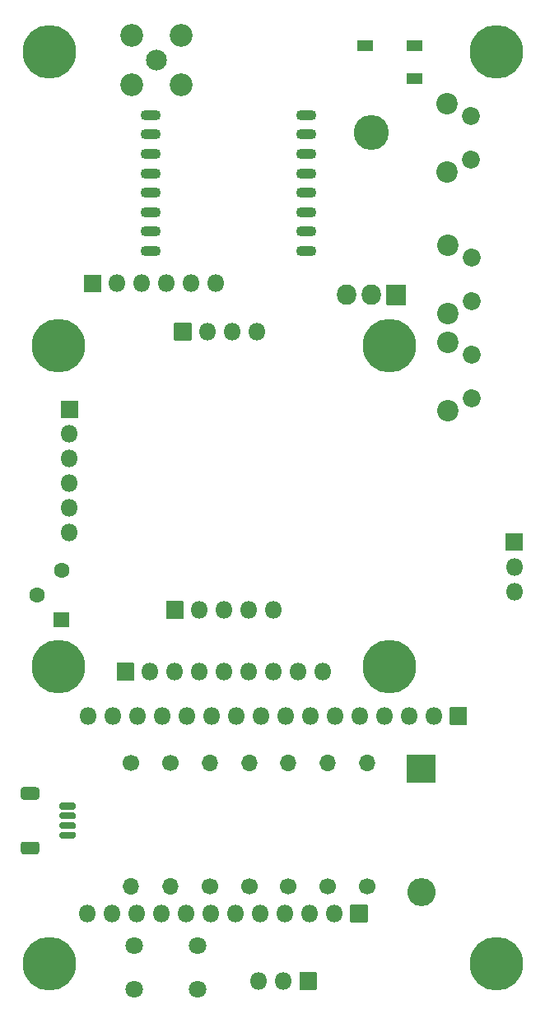
<source format=gbr>
%TF.GenerationSoftware,KiCad,Pcbnew,5.1.12-84ad8e8a86~92~ubuntu18.04.1*%
%TF.CreationDate,2022-01-12T14:22:02-05:00*%
%TF.ProjectId,remote,72656d6f-7465-42e6-9b69-6361645f7063,rev?*%
%TF.SameCoordinates,Original*%
%TF.FileFunction,Soldermask,Top*%
%TF.FilePolarity,Negative*%
%FSLAX46Y46*%
G04 Gerber Fmt 4.6, Leading zero omitted, Abs format (unit mm)*
G04 Created by KiCad (PCBNEW 5.1.12-84ad8e8a86~92~ubuntu18.04.1) date 2022-01-12 14:22:02*
%MOMM*%
%LPD*%
G01*
G04 APERTURE LIST*
%ADD10C,5.500000*%
%ADD11O,1.800000X1.800000*%
%ADD12O,3.600000X3.600000*%
%ADD13O,2.005000X2.100000*%
%ADD14C,2.350000*%
%ADD15C,2.150000*%
%ADD16C,2.200000*%
%ADD17C,1.850000*%
%ADD18O,1.700000X1.700000*%
%ADD19C,1.700000*%
%ADD20O,2.100000X1.100000*%
%ADD21C,1.800000*%
%ADD22C,1.600000*%
%ADD23O,2.900000X2.900000*%
G04 APERTURE END LIST*
D10*
%TO.C,U4*%
X76455000Y-93735000D03*
X110475000Y-93735000D03*
X76455000Y-126755000D03*
X110475000Y-126755000D03*
G36*
G01*
X84155000Y-128135000D02*
X82455000Y-128135000D01*
G75*
G02*
X82405000Y-128085000I0J50000D01*
G01*
X82405000Y-126385000D01*
G75*
G02*
X82455000Y-126335000I50000J0D01*
G01*
X84155000Y-126335000D01*
G75*
G02*
X84205000Y-126385000I0J-50000D01*
G01*
X84205000Y-128085000D01*
G75*
G02*
X84155000Y-128135000I-50000J0D01*
G01*
G37*
D11*
X85845000Y-127235000D03*
X88385000Y-127235000D03*
X90925000Y-127235000D03*
X93465000Y-127235000D03*
X96005000Y-127235000D03*
X98545000Y-127235000D03*
X101085000Y-127235000D03*
X103625000Y-127235000D03*
%TD*%
%TO.C,U2*%
X102229280Y-152121920D03*
G36*
G01*
X106459280Y-151221920D02*
X108159280Y-151221920D01*
G75*
G02*
X108209280Y-151271920I0J-50000D01*
G01*
X108209280Y-152971920D01*
G75*
G02*
X108159280Y-153021920I-50000J0D01*
G01*
X106459280Y-153021920D01*
G75*
G02*
X106409280Y-152971920I0J50000D01*
G01*
X106409280Y-151271920D01*
G75*
G02*
X106459280Y-151221920I50000J0D01*
G01*
G37*
X89529280Y-152121920D03*
X81909280Y-152121920D03*
X104769280Y-152121920D03*
X94609280Y-152121920D03*
X92069280Y-152121920D03*
X79369280Y-152121920D03*
X86989280Y-152121920D03*
X84449280Y-152121920D03*
X99689280Y-152121920D03*
X97149280Y-152121920D03*
G36*
G01*
X116699280Y-130901920D02*
X118399280Y-130901920D01*
G75*
G02*
X118449280Y-130951920I0J-50000D01*
G01*
X118449280Y-132651920D01*
G75*
G02*
X118399280Y-132701920I-50000J0D01*
G01*
X116699280Y-132701920D01*
G75*
G02*
X116649280Y-132651920I0J50000D01*
G01*
X116649280Y-130951920D01*
G75*
G02*
X116699280Y-130901920I50000J0D01*
G01*
G37*
X115009280Y-131801920D03*
X112469280Y-131801920D03*
X109929280Y-131801920D03*
X107389280Y-131801920D03*
X104849280Y-131801920D03*
X102309280Y-131801920D03*
X99769280Y-131801920D03*
X97229280Y-131801920D03*
X94689280Y-131801920D03*
X92149280Y-131801920D03*
X89609280Y-131801920D03*
X87069280Y-131801920D03*
X84529280Y-131801920D03*
X81989280Y-131801920D03*
X79449280Y-131801920D03*
%TD*%
D12*
%TO.C,Q1*%
X108615000Y-71815000D03*
G36*
G01*
X112157500Y-87475000D02*
X112157500Y-89475000D01*
G75*
G02*
X112107500Y-89525000I-50000J0D01*
G01*
X110202500Y-89525000D01*
G75*
G02*
X110152500Y-89475000I0J50000D01*
G01*
X110152500Y-87475000D01*
G75*
G02*
X110202500Y-87425000I50000J0D01*
G01*
X112107500Y-87425000D01*
G75*
G02*
X112157500Y-87475000I0J-50000D01*
G01*
G37*
D13*
X108615000Y-88475000D03*
X106075000Y-88475000D03*
%TD*%
D11*
%TO.C,J2*%
X77555000Y-112955000D03*
X77555000Y-110415000D03*
X77555000Y-107875000D03*
X77555000Y-105335000D03*
X77555000Y-102795000D03*
G36*
G01*
X76655000Y-101105000D02*
X76655000Y-99405000D01*
G75*
G02*
X76705000Y-99355000I50000J0D01*
G01*
X78405000Y-99355000D01*
G75*
G02*
X78455000Y-99405000I0J-50000D01*
G01*
X78455000Y-101105000D01*
G75*
G02*
X78405000Y-101155000I-50000J0D01*
G01*
X76705000Y-101155000D01*
G75*
G02*
X76655000Y-101105000I0J50000D01*
G01*
G37*
%TD*%
D14*
%TO.C,J1*%
X83934920Y-66874440D03*
X83934920Y-61794440D03*
X89014920Y-61794440D03*
X89014920Y-66874440D03*
D15*
X86474920Y-64334440D03*
%TD*%
D16*
%TO.C,SW3*%
X116470380Y-93345500D03*
D17*
X118960380Y-94595500D03*
X118960380Y-99095500D03*
D16*
X116470380Y-100355500D03*
%TD*%
D18*
%TO.C,R4*%
X96017864Y-136606920D03*
D19*
X96017864Y-149306920D03*
%TD*%
D10*
%TO.C,H2*%
X121438960Y-157249920D03*
%TD*%
%TO.C,U5*%
G36*
G01*
X89235000Y-121785000D02*
X87535000Y-121785000D01*
G75*
G02*
X87485000Y-121735000I0J50000D01*
G01*
X87485000Y-120035000D01*
G75*
G02*
X87535000Y-119985000I50000J0D01*
G01*
X89235000Y-119985000D01*
G75*
G02*
X89285000Y-120035000I0J-50000D01*
G01*
X89285000Y-121735000D01*
G75*
G02*
X89235000Y-121785000I-50000J0D01*
G01*
G37*
D11*
X90925000Y-120885000D03*
X93465000Y-120885000D03*
X96005000Y-120885000D03*
X98545000Y-120885000D03*
%TD*%
%TO.C,U3*%
G36*
G01*
X80753940Y-88185880D02*
X79053940Y-88185880D01*
G75*
G02*
X79003940Y-88135880I0J50000D01*
G01*
X79003940Y-86435880D01*
G75*
G02*
X79053940Y-86385880I50000J0D01*
G01*
X80753940Y-86385880D01*
G75*
G02*
X80803940Y-86435880I0J-50000D01*
G01*
X80803940Y-88135880D01*
G75*
G02*
X80753940Y-88185880I-50000J0D01*
G01*
G37*
X82443940Y-87285880D03*
X84983940Y-87285880D03*
X87523940Y-87285880D03*
X90063940Y-87285880D03*
X92603940Y-87285880D03*
%TD*%
D20*
%TO.C,U1*%
X85915580Y-83971180D03*
X85915580Y-81971180D03*
X85915580Y-79971180D03*
X85915580Y-77971180D03*
X85915580Y-75971180D03*
X85915580Y-73971180D03*
X85915580Y-71971180D03*
X85915580Y-69971180D03*
X101915580Y-69971180D03*
X101915580Y-71971180D03*
X101915580Y-73971180D03*
X101915580Y-75971180D03*
X101915580Y-77971180D03*
X101915580Y-79971180D03*
X101915580Y-81971180D03*
X101915580Y-83971180D03*
%TD*%
D21*
%TO.C,SW4*%
X90705000Y-159905000D03*
X84205000Y-159905000D03*
X90705000Y-155405000D03*
X84205000Y-155405000D03*
%TD*%
D16*
%TO.C,SW2*%
X116470380Y-83388700D03*
D17*
X118960380Y-84638700D03*
X118960380Y-89138700D03*
D16*
X116470380Y-90398700D03*
%TD*%
%TO.C,SW1*%
X116345000Y-68795000D03*
D17*
X118835000Y-70045000D03*
X118835000Y-74545000D03*
D16*
X116345000Y-75805000D03*
%TD*%
%TO.C,SP1*%
G36*
G01*
X112292360Y-65695400D02*
X113792360Y-65695400D01*
G75*
G02*
X113843160Y-65746200I0J-50800D01*
G01*
X113843160Y-66746200D01*
G75*
G02*
X113792360Y-66797000I-50800J0D01*
G01*
X112292360Y-66797000D01*
G75*
G02*
X112241560Y-66746200I0J50800D01*
G01*
X112241560Y-65746200D01*
G75*
G02*
X112292360Y-65695400I50800J0D01*
G01*
G37*
G36*
G01*
X107192360Y-62295400D02*
X108692360Y-62295400D01*
G75*
G02*
X108743160Y-62346200I0J-50800D01*
G01*
X108743160Y-63346200D01*
G75*
G02*
X108692360Y-63397000I-50800J0D01*
G01*
X107192360Y-63397000D01*
G75*
G02*
X107141560Y-63346200I0J50800D01*
G01*
X107141560Y-62346200D01*
G75*
G02*
X107192360Y-62295400I50800J0D01*
G01*
G37*
G36*
G01*
X112292360Y-62295400D02*
X113792360Y-62295400D01*
G75*
G02*
X113843160Y-62346200I0J-50800D01*
G01*
X113843160Y-63346200D01*
G75*
G02*
X113792360Y-63397000I-50800J0D01*
G01*
X112292360Y-63397000D01*
G75*
G02*
X112241560Y-63346200I0J50800D01*
G01*
X112241560Y-62346200D01*
G75*
G02*
X112292360Y-62295400I50800J0D01*
G01*
G37*
%TD*%
D18*
%TO.C,R7*%
X108190268Y-136606920D03*
D19*
X108190268Y-149306920D03*
%TD*%
D18*
%TO.C,R3*%
X91960396Y-136606920D03*
D19*
X91960396Y-149306920D03*
%TD*%
D18*
%TO.C,R6*%
X104132800Y-136606920D03*
D19*
X104132800Y-149306920D03*
%TD*%
D18*
%TO.C,R5*%
X100075332Y-136606920D03*
D19*
X100075332Y-149306920D03*
%TD*%
D18*
%TO.C,R2*%
X87902928Y-149306920D03*
D19*
X87902928Y-136606920D03*
%TD*%
D18*
%TO.C,R1*%
X83845460Y-149306920D03*
D19*
X83845460Y-136606920D03*
%TD*%
%TO.C,Q3*%
G36*
G01*
X77494180Y-122701000D02*
X75994180Y-122701000D01*
G75*
G02*
X75944180Y-122651000I0J50000D01*
G01*
X75944180Y-121151000D01*
G75*
G02*
X75994180Y-121101000I50000J0D01*
G01*
X77494180Y-121101000D01*
G75*
G02*
X77544180Y-121151000I0J-50000D01*
G01*
X77544180Y-122651000D01*
G75*
G02*
X77494180Y-122701000I-50000J0D01*
G01*
G37*
D22*
X76744180Y-116821000D03*
X74204180Y-119361000D03*
%TD*%
%TO.C,J20*%
G36*
G01*
X72810832Y-144725000D02*
X74169168Y-144725000D01*
G75*
G02*
X74440000Y-144995832I0J-270832D01*
G01*
X74440000Y-145754168D01*
G75*
G02*
X74169168Y-146025000I-270832J0D01*
G01*
X72810832Y-146025000D01*
G75*
G02*
X72540000Y-145754168I0J270832D01*
G01*
X72540000Y-144995832D01*
G75*
G02*
X72810832Y-144725000I270832J0D01*
G01*
G37*
G36*
G01*
X72810832Y-139125000D02*
X74169168Y-139125000D01*
G75*
G02*
X74440000Y-139395832I0J-270832D01*
G01*
X74440000Y-140154168D01*
G75*
G02*
X74169168Y-140425000I-270832J0D01*
G01*
X72810832Y-140425000D01*
G75*
G02*
X72540000Y-140154168I0J270832D01*
G01*
X72540000Y-139395832D01*
G75*
G02*
X72810832Y-139125000I270832J0D01*
G01*
G37*
G36*
G01*
X76715000Y-143725000D02*
X78015000Y-143725000D01*
G75*
G02*
X78190000Y-143900000I0J-175000D01*
G01*
X78190000Y-144250000D01*
G75*
G02*
X78015000Y-144425000I-175000J0D01*
G01*
X76715000Y-144425000D01*
G75*
G02*
X76540000Y-144250000I0J175000D01*
G01*
X76540000Y-143900000D01*
G75*
G02*
X76715000Y-143725000I175000J0D01*
G01*
G37*
G36*
G01*
X76715000Y-142725000D02*
X78015000Y-142725000D01*
G75*
G02*
X78190000Y-142900000I0J-175000D01*
G01*
X78190000Y-143250000D01*
G75*
G02*
X78015000Y-143425000I-175000J0D01*
G01*
X76715000Y-143425000D01*
G75*
G02*
X76540000Y-143250000I0J175000D01*
G01*
X76540000Y-142900000D01*
G75*
G02*
X76715000Y-142725000I175000J0D01*
G01*
G37*
G36*
G01*
X76715000Y-141725000D02*
X78015000Y-141725000D01*
G75*
G02*
X78190000Y-141900000I0J-175000D01*
G01*
X78190000Y-142250000D01*
G75*
G02*
X78015000Y-142425000I-175000J0D01*
G01*
X76715000Y-142425000D01*
G75*
G02*
X76540000Y-142250000I0J175000D01*
G01*
X76540000Y-141900000D01*
G75*
G02*
X76715000Y-141725000I175000J0D01*
G01*
G37*
G36*
G01*
X76715000Y-140725000D02*
X78015000Y-140725000D01*
G75*
G02*
X78190000Y-140900000I0J-175000D01*
G01*
X78190000Y-141250000D01*
G75*
G02*
X78015000Y-141425000I-175000J0D01*
G01*
X76715000Y-141425000D01*
G75*
G02*
X76540000Y-141250000I0J175000D01*
G01*
X76540000Y-140900000D01*
G75*
G02*
X76715000Y-140725000I175000J0D01*
G01*
G37*
%TD*%
D11*
%TO.C,J19*%
X97003220Y-159076440D03*
X99543220Y-159076440D03*
G36*
G01*
X101233220Y-158176440D02*
X102933220Y-158176440D01*
G75*
G02*
X102983220Y-158226440I0J-50000D01*
G01*
X102983220Y-159926440D01*
G75*
G02*
X102933220Y-159976440I-50000J0D01*
G01*
X101233220Y-159976440D01*
G75*
G02*
X101183220Y-159926440I0J50000D01*
G01*
X101183220Y-158226440D01*
G75*
G02*
X101233220Y-158176440I50000J0D01*
G01*
G37*
%TD*%
%TO.C,J16*%
X96825000Y-92255000D03*
X94285000Y-92255000D03*
X91745000Y-92255000D03*
G36*
G01*
X90055000Y-93155000D02*
X88355000Y-93155000D01*
G75*
G02*
X88305000Y-93105000I0J50000D01*
G01*
X88305000Y-91405000D01*
G75*
G02*
X88355000Y-91355000I50000J0D01*
G01*
X90055000Y-91355000D01*
G75*
G02*
X90105000Y-91405000I0J-50000D01*
G01*
X90105000Y-93105000D01*
G75*
G02*
X90055000Y-93155000I-50000J0D01*
G01*
G37*
%TD*%
%TO.C,J5*%
X123297300Y-118987620D03*
X123297300Y-116447620D03*
G36*
G01*
X122397300Y-114757620D02*
X122397300Y-113057620D01*
G75*
G02*
X122447300Y-113007620I50000J0D01*
G01*
X124147300Y-113007620D01*
G75*
G02*
X124197300Y-113057620I0J-50000D01*
G01*
X124197300Y-114757620D01*
G75*
G02*
X124147300Y-114807620I-50000J0D01*
G01*
X122447300Y-114807620D01*
G75*
G02*
X122397300Y-114757620I0J50000D01*
G01*
G37*
%TD*%
D10*
%TO.C,H6*%
X75491960Y-63491160D03*
%TD*%
%TO.C,H5*%
X121438960Y-63491160D03*
%TD*%
%TO.C,H1*%
X75491960Y-157249920D03*
%TD*%
%TO.C,D1*%
G36*
G01*
X112315000Y-135765000D02*
X115115000Y-135765000D01*
G75*
G02*
X115165000Y-135815000I0J-50000D01*
G01*
X115165000Y-138615000D01*
G75*
G02*
X115115000Y-138665000I-50000J0D01*
G01*
X112315000Y-138665000D01*
G75*
G02*
X112265000Y-138615000I0J50000D01*
G01*
X112265000Y-135815000D01*
G75*
G02*
X112315000Y-135765000I50000J0D01*
G01*
G37*
D23*
X113715000Y-149915000D03*
%TD*%
M02*

</source>
